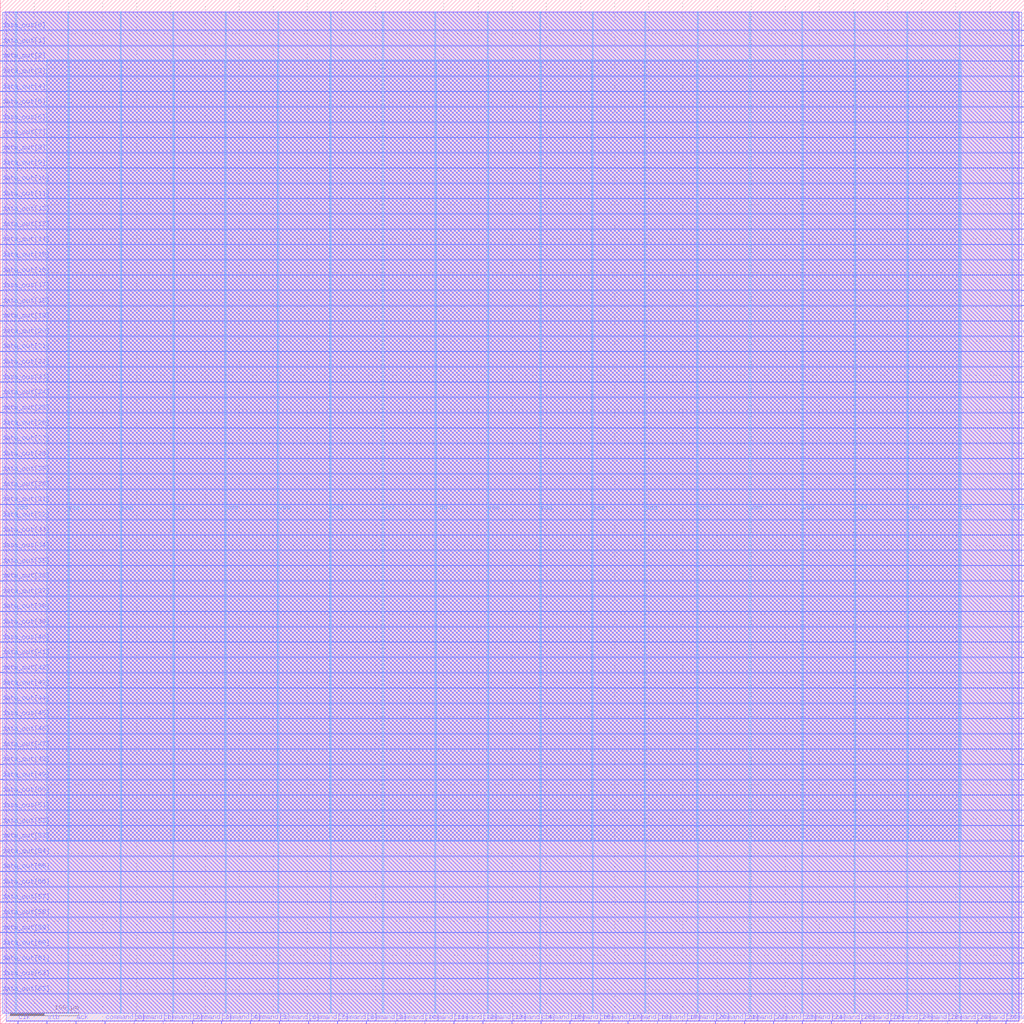
<source format=lef>
VERSION 5.7 ;
  NOWIREEXTENSIONATPIN ON ;
  DIVIDERCHAR "/" ;
  BUSBITCHARS "[]" ;
MACRO gpu_core
  CLASS BLOCK ;
  FOREIGN gpu_core ;
  ORIGIN 0.000 0.000 ;
  SIZE 1500.000 BY 1500.000 ;
  PIN ack
    DIRECTION OUTPUT TRISTATE ;
    USE SIGNAL ;
    ANTENNADIFFAREA 2.080400 ;
    PORT
      LAYER Metal2 ;
        RECT 110.880 0.000 111.440 4.000 ;
    END
  END ack
  PIN clk
    DIRECTION INPUT ;
    USE SIGNAL ;
    ANTENNAGATEAREA 4.738000 ;
    ANTENNADIFFAREA 0.410400 ;
    PORT
      LAYER Metal2 ;
        RECT 25.760 0.000 26.320 4.000 ;
    END
  END clk
  PIN command[0]
    DIRECTION INPUT ;
    USE SIGNAL ;
    PORT
      LAYER Metal2 ;
        RECT 153.440 0.000 154.000 4.000 ;
    END
  END command[0]
  PIN command[10]
    DIRECTION INPUT ;
    USE SIGNAL ;
    ANTENNAGATEAREA 1.102000 ;
    ANTENNADIFFAREA 0.410400 ;
    PORT
      LAYER Metal2 ;
        RECT 579.040 0.000 579.600 4.000 ;
    END
  END command[10]
  PIN command[11]
    DIRECTION INPUT ;
    USE SIGNAL ;
    ANTENNAGATEAREA 1.183000 ;
    ANTENNADIFFAREA 0.410400 ;
    PORT
      LAYER Metal2 ;
        RECT 621.600 0.000 622.160 4.000 ;
    END
  END command[11]
  PIN command[12]
    DIRECTION INPUT ;
    USE SIGNAL ;
    ANTENNAGATEAREA 0.726000 ;
    ANTENNADIFFAREA 0.410400 ;
    PORT
      LAYER Metal2 ;
        RECT 664.160 0.000 664.720 4.000 ;
    END
  END command[12]
  PIN command[13]
    DIRECTION INPUT ;
    USE SIGNAL ;
    ANTENNAGATEAREA 0.726000 ;
    ANTENNADIFFAREA 0.410400 ;
    PORT
      LAYER Metal2 ;
        RECT 706.720 0.000 707.280 4.000 ;
    END
  END command[13]
  PIN command[14]
    DIRECTION INPUT ;
    USE SIGNAL ;
    ANTENNAGATEAREA 0.726000 ;
    ANTENNADIFFAREA 0.410400 ;
    PORT
      LAYER Metal2 ;
        RECT 749.280 0.000 749.840 4.000 ;
    END
  END command[14]
  PIN command[15]
    DIRECTION INPUT ;
    USE SIGNAL ;
    ANTENNAGATEAREA 1.102000 ;
    ANTENNADIFFAREA 0.410400 ;
    PORT
      LAYER Metal2 ;
        RECT 791.840 0.000 792.400 4.000 ;
    END
  END command[15]
  PIN command[16]
    DIRECTION INPUT ;
    USE SIGNAL ;
    PORT
      LAYER Metal2 ;
        RECT 834.400 0.000 834.960 4.000 ;
    END
  END command[16]
  PIN command[17]
    DIRECTION INPUT ;
    USE SIGNAL ;
    PORT
      LAYER Metal2 ;
        RECT 876.960 0.000 877.520 4.000 ;
    END
  END command[17]
  PIN command[18]
    DIRECTION INPUT ;
    USE SIGNAL ;
    PORT
      LAYER Metal2 ;
        RECT 919.520 0.000 920.080 4.000 ;
    END
  END command[18]
  PIN command[19]
    DIRECTION INPUT ;
    USE SIGNAL ;
    PORT
      LAYER Metal2 ;
        RECT 962.080 0.000 962.640 4.000 ;
    END
  END command[19]
  PIN command[1]
    DIRECTION INPUT ;
    USE SIGNAL ;
    PORT
      LAYER Metal2 ;
        RECT 196.000 0.000 196.560 4.000 ;
    END
  END command[1]
  PIN command[20]
    DIRECTION INPUT ;
    USE SIGNAL ;
    PORT
      LAYER Metal2 ;
        RECT 1004.640 0.000 1005.200 4.000 ;
    END
  END command[20]
  PIN command[21]
    DIRECTION INPUT ;
    USE SIGNAL ;
    PORT
      LAYER Metal2 ;
        RECT 1047.200 0.000 1047.760 4.000 ;
    END
  END command[21]
  PIN command[22]
    DIRECTION INPUT ;
    USE SIGNAL ;
    PORT
      LAYER Metal2 ;
        RECT 1089.760 0.000 1090.320 4.000 ;
    END
  END command[22]
  PIN command[23]
    DIRECTION INPUT ;
    USE SIGNAL ;
    PORT
      LAYER Metal2 ;
        RECT 1132.320 0.000 1132.880 4.000 ;
    END
  END command[23]
  PIN command[24]
    DIRECTION INPUT ;
    USE SIGNAL ;
    PORT
      LAYER Metal2 ;
        RECT 1174.880 0.000 1175.440 4.000 ;
    END
  END command[24]
  PIN command[25]
    DIRECTION INPUT ;
    USE SIGNAL ;
    PORT
      LAYER Metal2 ;
        RECT 1217.440 0.000 1218.000 4.000 ;
    END
  END command[25]
  PIN command[26]
    DIRECTION INPUT ;
    USE SIGNAL ;
    PORT
      LAYER Metal2 ;
        RECT 1260.000 0.000 1260.560 4.000 ;
    END
  END command[26]
  PIN command[27]
    DIRECTION INPUT ;
    USE SIGNAL ;
    PORT
      LAYER Metal2 ;
        RECT 1302.560 0.000 1303.120 4.000 ;
    END
  END command[27]
  PIN command[28]
    DIRECTION INPUT ;
    USE SIGNAL ;
    PORT
      LAYER Metal2 ;
        RECT 1345.120 0.000 1345.680 4.000 ;
    END
  END command[28]
  PIN command[29]
    DIRECTION INPUT ;
    USE SIGNAL ;
    PORT
      LAYER Metal2 ;
        RECT 1387.680 0.000 1388.240 4.000 ;
    END
  END command[29]
  PIN command[2]
    DIRECTION INPUT ;
    USE SIGNAL ;
    ANTENNAGATEAREA 1.183000 ;
    ANTENNADIFFAREA 0.410400 ;
    PORT
      LAYER Metal2 ;
        RECT 238.560 0.000 239.120 4.000 ;
    END
  END command[2]
  PIN command[30]
    DIRECTION INPUT ;
    USE SIGNAL ;
    PORT
      LAYER Metal2 ;
        RECT 1430.240 0.000 1430.800 4.000 ;
    END
  END command[30]
  PIN command[31]
    DIRECTION INPUT ;
    USE SIGNAL ;
    PORT
      LAYER Metal2 ;
        RECT 1472.800 0.000 1473.360 4.000 ;
    END
  END command[31]
  PIN command[3]
    DIRECTION INPUT ;
    USE SIGNAL ;
    ANTENNAGATEAREA 1.183000 ;
    ANTENNADIFFAREA 0.410400 ;
    PORT
      LAYER Metal2 ;
        RECT 281.120 0.000 281.680 4.000 ;
    END
  END command[3]
  PIN command[4]
    DIRECTION INPUT ;
    USE SIGNAL ;
    ANTENNAGATEAREA 1.183000 ;
    ANTENNADIFFAREA 0.410400 ;
    PORT
      LAYER Metal2 ;
        RECT 323.680 0.000 324.240 4.000 ;
    END
  END command[4]
  PIN command[5]
    DIRECTION INPUT ;
    USE SIGNAL ;
    ANTENNAGATEAREA 1.183000 ;
    ANTENNADIFFAREA 0.410400 ;
    PORT
      LAYER Metal2 ;
        RECT 366.240 0.000 366.800 4.000 ;
    END
  END command[5]
  PIN command[6]
    DIRECTION INPUT ;
    USE SIGNAL ;
    ANTENNAGATEAREA 1.102000 ;
    ANTENNADIFFAREA 0.410400 ;
    PORT
      LAYER Metal2 ;
        RECT 408.800 0.000 409.360 4.000 ;
    END
  END command[6]
  PIN command[7]
    DIRECTION INPUT ;
    USE SIGNAL ;
    ANTENNAGATEAREA 1.102000 ;
    ANTENNADIFFAREA 0.410400 ;
    PORT
      LAYER Metal2 ;
        RECT 451.360 0.000 451.920 4.000 ;
    END
  END command[7]
  PIN command[8]
    DIRECTION INPUT ;
    USE SIGNAL ;
    ANTENNAGATEAREA 1.183000 ;
    ANTENNADIFFAREA 0.410400 ;
    PORT
      LAYER Metal2 ;
        RECT 493.920 0.000 494.480 4.000 ;
    END
  END command[8]
  PIN command[9]
    DIRECTION INPUT ;
    USE SIGNAL ;
    ANTENNAGATEAREA 1.102000 ;
    ANTENNADIFFAREA 0.410400 ;
    PORT
      LAYER Metal2 ;
        RECT 536.480 0.000 537.040 4.000 ;
    END
  END command[9]
  PIN data_in[0]
    DIRECTION INPUT ;
    USE SIGNAL ;
    ANTENNAGATEAREA 1.102000 ;
    ANTENNADIFFAREA 0.410400 ;
    PORT
      LAYER Metal3 ;
        RECT 1496.000 43.680 1500.000 44.240 ;
    END
  END data_in[0]
  PIN data_in[10]
    DIRECTION INPUT ;
    USE SIGNAL ;
    ANTENNAGATEAREA 1.183000 ;
    ANTENNADIFFAREA 0.410400 ;
    PORT
      LAYER Metal3 ;
        RECT 1496.000 267.680 1500.000 268.240 ;
    END
  END data_in[10]
  PIN data_in[11]
    DIRECTION INPUT ;
    USE SIGNAL ;
    ANTENNAGATEAREA 1.102000 ;
    ANTENNADIFFAREA 0.410400 ;
    PORT
      LAYER Metal3 ;
        RECT 1496.000 290.080 1500.000 290.640 ;
    END
  END data_in[11]
  PIN data_in[12]
    DIRECTION INPUT ;
    USE SIGNAL ;
    ANTENNAGATEAREA 1.102000 ;
    ANTENNADIFFAREA 0.410400 ;
    PORT
      LAYER Metal3 ;
        RECT 1496.000 312.480 1500.000 313.040 ;
    END
  END data_in[12]
  PIN data_in[13]
    DIRECTION INPUT ;
    USE SIGNAL ;
    ANTENNAGATEAREA 1.102000 ;
    ANTENNADIFFAREA 0.410400 ;
    PORT
      LAYER Metal3 ;
        RECT 1496.000 334.880 1500.000 335.440 ;
    END
  END data_in[13]
  PIN data_in[14]
    DIRECTION INPUT ;
    USE SIGNAL ;
    ANTENNAGATEAREA 1.183000 ;
    ANTENNADIFFAREA 0.410400 ;
    PORT
      LAYER Metal3 ;
        RECT 1496.000 357.280 1500.000 357.840 ;
    END
  END data_in[14]
  PIN data_in[15]
    DIRECTION INPUT ;
    USE SIGNAL ;
    ANTENNAGATEAREA 1.102000 ;
    ANTENNADIFFAREA 0.410400 ;
    PORT
      LAYER Metal3 ;
        RECT 1496.000 379.680 1500.000 380.240 ;
    END
  END data_in[15]
  PIN data_in[16]
    DIRECTION INPUT ;
    USE SIGNAL ;
    ANTENNAGATEAREA 0.726000 ;
    ANTENNADIFFAREA 0.410400 ;
    PORT
      LAYER Metal3 ;
        RECT 1496.000 402.080 1500.000 402.640 ;
    END
  END data_in[16]
  PIN data_in[17]
    DIRECTION INPUT ;
    USE SIGNAL ;
    ANTENNAGATEAREA 0.498500 ;
    ANTENNADIFFAREA 0.410400 ;
    PORT
      LAYER Metal3 ;
        RECT 1496.000 424.480 1500.000 425.040 ;
    END
  END data_in[17]
  PIN data_in[18]
    DIRECTION INPUT ;
    USE SIGNAL ;
    ANTENNAGATEAREA 0.498500 ;
    ANTENNADIFFAREA 0.410400 ;
    PORT
      LAYER Metal3 ;
        RECT 1496.000 446.880 1500.000 447.440 ;
    END
  END data_in[18]
  PIN data_in[19]
    DIRECTION INPUT ;
    USE SIGNAL ;
    ANTENNAGATEAREA 0.498500 ;
    ANTENNADIFFAREA 0.410400 ;
    PORT
      LAYER Metal3 ;
        RECT 1496.000 469.280 1500.000 469.840 ;
    END
  END data_in[19]
  PIN data_in[1]
    DIRECTION INPUT ;
    USE SIGNAL ;
    ANTENNAGATEAREA 1.102000 ;
    ANTENNADIFFAREA 0.410400 ;
    PORT
      LAYER Metal3 ;
        RECT 1496.000 66.080 1500.000 66.640 ;
    END
  END data_in[1]
  PIN data_in[20]
    DIRECTION INPUT ;
    USE SIGNAL ;
    ANTENNAGATEAREA 1.102000 ;
    ANTENNADIFFAREA 0.410400 ;
    PORT
      LAYER Metal3 ;
        RECT 1496.000 491.680 1500.000 492.240 ;
    END
  END data_in[20]
  PIN data_in[21]
    DIRECTION INPUT ;
    USE SIGNAL ;
    ANTENNAGATEAREA 1.102000 ;
    ANTENNADIFFAREA 0.410400 ;
    PORT
      LAYER Metal3 ;
        RECT 1496.000 514.080 1500.000 514.640 ;
    END
  END data_in[21]
  PIN data_in[22]
    DIRECTION INPUT ;
    USE SIGNAL ;
    ANTENNAGATEAREA 1.102000 ;
    ANTENNADIFFAREA 0.410400 ;
    PORT
      LAYER Metal3 ;
        RECT 1496.000 536.480 1500.000 537.040 ;
    END
  END data_in[22]
  PIN data_in[23]
    DIRECTION INPUT ;
    USE SIGNAL ;
    ANTENNAGATEAREA 1.102000 ;
    ANTENNADIFFAREA 0.410400 ;
    PORT
      LAYER Metal3 ;
        RECT 1496.000 558.880 1500.000 559.440 ;
    END
  END data_in[23]
  PIN data_in[24]
    DIRECTION INPUT ;
    USE SIGNAL ;
    ANTENNAGATEAREA 1.102000 ;
    ANTENNADIFFAREA 0.410400 ;
    PORT
      LAYER Metal3 ;
        RECT 1496.000 581.280 1500.000 581.840 ;
    END
  END data_in[24]
  PIN data_in[25]
    DIRECTION INPUT ;
    USE SIGNAL ;
    ANTENNAGATEAREA 1.102000 ;
    ANTENNADIFFAREA 0.410400 ;
    PORT
      LAYER Metal3 ;
        RECT 1496.000 603.680 1500.000 604.240 ;
    END
  END data_in[25]
  PIN data_in[26]
    DIRECTION INPUT ;
    USE SIGNAL ;
    ANTENNAGATEAREA 1.183000 ;
    ANTENNADIFFAREA 0.410400 ;
    PORT
      LAYER Metal3 ;
        RECT 1496.000 626.080 1500.000 626.640 ;
    END
  END data_in[26]
  PIN data_in[27]
    DIRECTION INPUT ;
    USE SIGNAL ;
    ANTENNAGATEAREA 0.741000 ;
    ANTENNADIFFAREA 0.410400 ;
    PORT
      LAYER Metal3 ;
        RECT 1496.000 648.480 1500.000 649.040 ;
    END
  END data_in[27]
  PIN data_in[28]
    DIRECTION INPUT ;
    USE SIGNAL ;
    ANTENNAGATEAREA 1.183000 ;
    ANTENNADIFFAREA 0.410400 ;
    PORT
      LAYER Metal3 ;
        RECT 1496.000 670.880 1500.000 671.440 ;
    END
  END data_in[28]
  PIN data_in[29]
    DIRECTION INPUT ;
    USE SIGNAL ;
    ANTENNAGATEAREA 0.498500 ;
    ANTENNADIFFAREA 0.410400 ;
    PORT
      LAYER Metal3 ;
        RECT 1496.000 693.280 1500.000 693.840 ;
    END
  END data_in[29]
  PIN data_in[2]
    DIRECTION INPUT ;
    USE SIGNAL ;
    ANTENNAGATEAREA 1.102000 ;
    ANTENNADIFFAREA 0.410400 ;
    PORT
      LAYER Metal3 ;
        RECT 1496.000 88.480 1500.000 89.040 ;
    END
  END data_in[2]
  PIN data_in[30]
    DIRECTION INPUT ;
    USE SIGNAL ;
    ANTENNAGATEAREA 1.102000 ;
    ANTENNADIFFAREA 0.410400 ;
    PORT
      LAYER Metal3 ;
        RECT 1496.000 715.680 1500.000 716.240 ;
    END
  END data_in[30]
  PIN data_in[31]
    DIRECTION INPUT ;
    USE SIGNAL ;
    ANTENNAGATEAREA 0.741000 ;
    ANTENNADIFFAREA 0.410400 ;
    PORT
      LAYER Metal3 ;
        RECT 1496.000 738.080 1500.000 738.640 ;
    END
  END data_in[31]
  PIN data_in[32]
    DIRECTION INPUT ;
    USE SIGNAL ;
    ANTENNAGATEAREA 0.741000 ;
    ANTENNADIFFAREA 0.410400 ;
    PORT
      LAYER Metal3 ;
        RECT 1496.000 760.480 1500.000 761.040 ;
    END
  END data_in[32]
  PIN data_in[33]
    DIRECTION INPUT ;
    USE SIGNAL ;
    ANTENNAGATEAREA 0.741000 ;
    ANTENNADIFFAREA 0.410400 ;
    PORT
      LAYER Metal3 ;
        RECT 1496.000 782.880 1500.000 783.440 ;
    END
  END data_in[33]
  PIN data_in[34]
    DIRECTION INPUT ;
    USE SIGNAL ;
    ANTENNAGATEAREA 0.741000 ;
    ANTENNADIFFAREA 0.410400 ;
    PORT
      LAYER Metal3 ;
        RECT 1496.000 805.280 1500.000 805.840 ;
    END
  END data_in[34]
  PIN data_in[35]
    DIRECTION INPUT ;
    USE SIGNAL ;
    ANTENNAGATEAREA 0.741000 ;
    ANTENNADIFFAREA 0.410400 ;
    PORT
      LAYER Metal3 ;
        RECT 1496.000 827.680 1500.000 828.240 ;
    END
  END data_in[35]
  PIN data_in[36]
    DIRECTION INPUT ;
    USE SIGNAL ;
    ANTENNAGATEAREA 0.726000 ;
    ANTENNADIFFAREA 0.410400 ;
    PORT
      LAYER Metal3 ;
        RECT 1496.000 850.080 1500.000 850.640 ;
    END
  END data_in[36]
  PIN data_in[37]
    DIRECTION INPUT ;
    USE SIGNAL ;
    ANTENNAGATEAREA 0.726000 ;
    ANTENNADIFFAREA 0.410400 ;
    PORT
      LAYER Metal3 ;
        RECT 1496.000 872.480 1500.000 873.040 ;
    END
  END data_in[37]
  PIN data_in[38]
    DIRECTION INPUT ;
    USE SIGNAL ;
    ANTENNAGATEAREA 0.726000 ;
    ANTENNADIFFAREA 0.410400 ;
    PORT
      LAYER Metal3 ;
        RECT 1496.000 894.880 1500.000 895.440 ;
    END
  END data_in[38]
  PIN data_in[39]
    DIRECTION INPUT ;
    USE SIGNAL ;
    ANTENNAGATEAREA 0.726000 ;
    ANTENNADIFFAREA 0.410400 ;
    PORT
      LAYER Metal3 ;
        RECT 1496.000 917.280 1500.000 917.840 ;
    END
  END data_in[39]
  PIN data_in[3]
    DIRECTION INPUT ;
    USE SIGNAL ;
    ANTENNAGATEAREA 1.102000 ;
    ANTENNADIFFAREA 0.410400 ;
    PORT
      LAYER Metal3 ;
        RECT 1496.000 110.880 1500.000 111.440 ;
    END
  END data_in[3]
  PIN data_in[40]
    DIRECTION INPUT ;
    USE SIGNAL ;
    ANTENNAGATEAREA 0.726000 ;
    ANTENNADIFFAREA 0.410400 ;
    PORT
      LAYER Metal3 ;
        RECT 1496.000 939.680 1500.000 940.240 ;
    END
  END data_in[40]
  PIN data_in[41]
    DIRECTION INPUT ;
    USE SIGNAL ;
    ANTENNAGATEAREA 0.726000 ;
    ANTENNADIFFAREA 0.410400 ;
    PORT
      LAYER Metal3 ;
        RECT 1496.000 962.080 1500.000 962.640 ;
    END
  END data_in[41]
  PIN data_in[42]
    DIRECTION INPUT ;
    USE SIGNAL ;
    ANTENNAGATEAREA 0.726000 ;
    ANTENNADIFFAREA 0.410400 ;
    PORT
      LAYER Metal3 ;
        RECT 1496.000 984.480 1500.000 985.040 ;
    END
  END data_in[42]
  PIN data_in[43]
    DIRECTION INPUT ;
    USE SIGNAL ;
    ANTENNAGATEAREA 0.498500 ;
    ANTENNADIFFAREA 0.410400 ;
    PORT
      LAYER Metal3 ;
        RECT 1496.000 1006.880 1500.000 1007.440 ;
    END
  END data_in[43]
  PIN data_in[44]
    DIRECTION INPUT ;
    USE SIGNAL ;
    ANTENNAGATEAREA 1.102000 ;
    ANTENNADIFFAREA 0.410400 ;
    PORT
      LAYER Metal3 ;
        RECT 1496.000 1029.280 1500.000 1029.840 ;
    END
  END data_in[44]
  PIN data_in[45]
    DIRECTION INPUT ;
    USE SIGNAL ;
    ANTENNAGATEAREA 0.498500 ;
    ANTENNADIFFAREA 0.410400 ;
    PORT
      LAYER Metal3 ;
        RECT 1496.000 1051.680 1500.000 1052.240 ;
    END
  END data_in[45]
  PIN data_in[46]
    DIRECTION INPUT ;
    USE SIGNAL ;
    ANTENNAGATEAREA 2.204000 ;
    ANTENNADIFFAREA 0.410400 ;
    PORT
      LAYER Metal3 ;
        RECT 1496.000 1074.080 1500.000 1074.640 ;
    END
  END data_in[46]
  PIN data_in[47]
    DIRECTION INPUT ;
    USE SIGNAL ;
    ANTENNAGATEAREA 0.726000 ;
    ANTENNADIFFAREA 0.410400 ;
    PORT
      LAYER Metal3 ;
        RECT 1496.000 1096.480 1500.000 1097.040 ;
    END
  END data_in[47]
  PIN data_in[48]
    DIRECTION INPUT ;
    USE SIGNAL ;
    ANTENNAGATEAREA 0.726000 ;
    ANTENNADIFFAREA 0.410400 ;
    PORT
      LAYER Metal3 ;
        RECT 1496.000 1118.880 1500.000 1119.440 ;
    END
  END data_in[48]
  PIN data_in[49]
    DIRECTION INPUT ;
    USE SIGNAL ;
    ANTENNAGATEAREA 0.726000 ;
    ANTENNADIFFAREA 0.410400 ;
    PORT
      LAYER Metal3 ;
        RECT 1496.000 1141.280 1500.000 1141.840 ;
    END
  END data_in[49]
  PIN data_in[4]
    DIRECTION INPUT ;
    USE SIGNAL ;
    ANTENNAGATEAREA 1.102000 ;
    ANTENNADIFFAREA 0.410400 ;
    PORT
      LAYER Metal3 ;
        RECT 1496.000 133.280 1500.000 133.840 ;
    END
  END data_in[4]
  PIN data_in[50]
    DIRECTION INPUT ;
    USE SIGNAL ;
    ANTENNAGATEAREA 0.726000 ;
    ANTENNADIFFAREA 0.410400 ;
    PORT
      LAYER Metal3 ;
        RECT 1496.000 1163.680 1500.000 1164.240 ;
    END
  END data_in[50]
  PIN data_in[51]
    DIRECTION INPUT ;
    USE SIGNAL ;
    ANTENNAGATEAREA 0.726000 ;
    ANTENNADIFFAREA 0.410400 ;
    PORT
      LAYER Metal3 ;
        RECT 1496.000 1186.080 1500.000 1186.640 ;
    END
  END data_in[51]
  PIN data_in[52]
    DIRECTION INPUT ;
    USE SIGNAL ;
    ANTENNAGATEAREA 1.183000 ;
    ANTENNADIFFAREA 0.410400 ;
    PORT
      LAYER Metal3 ;
        RECT 1496.000 1208.480 1500.000 1209.040 ;
    END
  END data_in[52]
  PIN data_in[53]
    DIRECTION INPUT ;
    USE SIGNAL ;
    ANTENNAGATEAREA 2.204000 ;
    ANTENNADIFFAREA 0.410400 ;
    PORT
      LAYER Metal3 ;
        RECT 1496.000 1230.880 1500.000 1231.440 ;
    END
  END data_in[53]
  PIN data_in[54]
    DIRECTION INPUT ;
    USE SIGNAL ;
    ANTENNAGATEAREA 2.204000 ;
    ANTENNADIFFAREA 0.410400 ;
    PORT
      LAYER Metal3 ;
        RECT 1496.000 1253.280 1500.000 1253.840 ;
    END
  END data_in[54]
  PIN data_in[55]
    DIRECTION INPUT ;
    USE SIGNAL ;
    ANTENNAGATEAREA 2.204000 ;
    ANTENNADIFFAREA 0.410400 ;
    PORT
      LAYER Metal3 ;
        RECT 1496.000 1275.680 1500.000 1276.240 ;
    END
  END data_in[55]
  PIN data_in[56]
    DIRECTION INPUT ;
    USE SIGNAL ;
    ANTENNAGATEAREA 2.204000 ;
    ANTENNADIFFAREA 0.410400 ;
    PORT
      LAYER Metal3 ;
        RECT 1496.000 1298.080 1500.000 1298.640 ;
    END
  END data_in[56]
  PIN data_in[57]
    DIRECTION INPUT ;
    USE SIGNAL ;
    ANTENNAGATEAREA 2.204000 ;
    ANTENNADIFFAREA 0.410400 ;
    PORT
      LAYER Metal3 ;
        RECT 1496.000 1320.480 1500.000 1321.040 ;
    END
  END data_in[57]
  PIN data_in[58]
    DIRECTION INPUT ;
    USE SIGNAL ;
    ANTENNAGATEAREA 2.204000 ;
    ANTENNADIFFAREA 0.410400 ;
    PORT
      LAYER Metal3 ;
        RECT 1496.000 1342.880 1500.000 1343.440 ;
    END
  END data_in[58]
  PIN data_in[59]
    DIRECTION INPUT ;
    USE SIGNAL ;
    ANTENNAGATEAREA 1.102000 ;
    ANTENNADIFFAREA 0.410400 ;
    PORT
      LAYER Metal3 ;
        RECT 1496.000 1365.280 1500.000 1365.840 ;
    END
  END data_in[59]
  PIN data_in[5]
    DIRECTION INPUT ;
    USE SIGNAL ;
    ANTENNAGATEAREA 1.102000 ;
    ANTENNADIFFAREA 0.410400 ;
    PORT
      LAYER Metal3 ;
        RECT 1496.000 155.680 1500.000 156.240 ;
    END
  END data_in[5]
  PIN data_in[60]
    DIRECTION INPUT ;
    USE SIGNAL ;
    ANTENNAGATEAREA 2.204000 ;
    ANTENNADIFFAREA 0.410400 ;
    PORT
      LAYER Metal3 ;
        RECT 1496.000 1387.680 1500.000 1388.240 ;
    END
  END data_in[60]
  PIN data_in[61]
    DIRECTION INPUT ;
    USE SIGNAL ;
    ANTENNAGATEAREA 0.741000 ;
    ANTENNADIFFAREA 0.410400 ;
    PORT
      LAYER Metal3 ;
        RECT 1496.000 1410.080 1500.000 1410.640 ;
    END
  END data_in[61]
  PIN data_in[62]
    DIRECTION INPUT ;
    USE SIGNAL ;
    ANTENNAGATEAREA 2.204000 ;
    ANTENNADIFFAREA 0.410400 ;
    PORT
      LAYER Metal3 ;
        RECT 1496.000 1432.480 1500.000 1433.040 ;
    END
  END data_in[62]
  PIN data_in[63]
    DIRECTION INPUT ;
    USE SIGNAL ;
    ANTENNAGATEAREA 2.204000 ;
    ANTENNADIFFAREA 0.410400 ;
    PORT
      LAYER Metal3 ;
        RECT 1496.000 1454.880 1500.000 1455.440 ;
    END
  END data_in[63]
  PIN data_in[6]
    DIRECTION INPUT ;
    USE SIGNAL ;
    ANTENNAGATEAREA 1.102000 ;
    ANTENNADIFFAREA 0.410400 ;
    PORT
      LAYER Metal3 ;
        RECT 1496.000 178.080 1500.000 178.640 ;
    END
  END data_in[6]
  PIN data_in[7]
    DIRECTION INPUT ;
    USE SIGNAL ;
    ANTENNAGATEAREA 1.102000 ;
    ANTENNADIFFAREA 0.410400 ;
    PORT
      LAYER Metal3 ;
        RECT 1496.000 200.480 1500.000 201.040 ;
    END
  END data_in[7]
  PIN data_in[8]
    DIRECTION INPUT ;
    USE SIGNAL ;
    ANTENNAGATEAREA 1.102000 ;
    ANTENNADIFFAREA 0.410400 ;
    PORT
      LAYER Metal3 ;
        RECT 1496.000 222.880 1500.000 223.440 ;
    END
  END data_in[8]
  PIN data_in[9]
    DIRECTION INPUT ;
    USE SIGNAL ;
    ANTENNAGATEAREA 1.102000 ;
    ANTENNADIFFAREA 0.410400 ;
    PORT
      LAYER Metal3 ;
        RECT 1496.000 245.280 1500.000 245.840 ;
    END
  END data_in[9]
  PIN data_out[0]
    DIRECTION OUTPUT TRISTATE ;
    USE SIGNAL ;
    ANTENNADIFFAREA 1.986000 ;
    PORT
      LAYER Metal3 ;
        RECT 0.000 1454.880 4.000 1455.440 ;
    END
  END data_out[0]
  PIN data_out[10]
    DIRECTION OUTPUT TRISTATE ;
    USE SIGNAL ;
    ANTENNADIFFAREA 1.986000 ;
    PORT
      LAYER Metal3 ;
        RECT 0.000 1230.880 4.000 1231.440 ;
    END
  END data_out[10]
  PIN data_out[11]
    DIRECTION OUTPUT TRISTATE ;
    USE SIGNAL ;
    ANTENNADIFFAREA 1.986000 ;
    PORT
      LAYER Metal3 ;
        RECT 0.000 1208.480 4.000 1209.040 ;
    END
  END data_out[11]
  PIN data_out[12]
    DIRECTION OUTPUT TRISTATE ;
    USE SIGNAL ;
    ANTENNADIFFAREA 1.986000 ;
    PORT
      LAYER Metal3 ;
        RECT 0.000 1186.080 4.000 1186.640 ;
    END
  END data_out[12]
  PIN data_out[13]
    DIRECTION OUTPUT TRISTATE ;
    USE SIGNAL ;
    ANTENNADIFFAREA 1.986000 ;
    PORT
      LAYER Metal3 ;
        RECT 0.000 1163.680 4.000 1164.240 ;
    END
  END data_out[13]
  PIN data_out[14]
    DIRECTION OUTPUT TRISTATE ;
    USE SIGNAL ;
    ANTENNADIFFAREA 2.080400 ;
    PORT
      LAYER Metal3 ;
        RECT 0.000 1141.280 4.000 1141.840 ;
    END
  END data_out[14]
  PIN data_out[15]
    DIRECTION OUTPUT TRISTATE ;
    USE SIGNAL ;
    ANTENNADIFFAREA 1.986000 ;
    PORT
      LAYER Metal3 ;
        RECT 0.000 1118.880 4.000 1119.440 ;
    END
  END data_out[15]
  PIN data_out[16]
    DIRECTION OUTPUT TRISTATE ;
    USE SIGNAL ;
    ANTENNADIFFAREA 1.986000 ;
    PORT
      LAYER Metal3 ;
        RECT 0.000 1096.480 4.000 1097.040 ;
    END
  END data_out[16]
  PIN data_out[17]
    DIRECTION OUTPUT TRISTATE ;
    USE SIGNAL ;
    ANTENNADIFFAREA 2.080400 ;
    PORT
      LAYER Metal3 ;
        RECT 0.000 1074.080 4.000 1074.640 ;
    END
  END data_out[17]
  PIN data_out[18]
    DIRECTION OUTPUT TRISTATE ;
    USE SIGNAL ;
    ANTENNADIFFAREA 1.986000 ;
    PORT
      LAYER Metal3 ;
        RECT 0.000 1051.680 4.000 1052.240 ;
    END
  END data_out[18]
  PIN data_out[19]
    DIRECTION OUTPUT TRISTATE ;
    USE SIGNAL ;
    ANTENNADIFFAREA 1.986000 ;
    PORT
      LAYER Metal3 ;
        RECT 0.000 1029.280 4.000 1029.840 ;
    END
  END data_out[19]
  PIN data_out[1]
    DIRECTION OUTPUT TRISTATE ;
    USE SIGNAL ;
    ANTENNADIFFAREA 2.080400 ;
    PORT
      LAYER Metal3 ;
        RECT 0.000 1432.480 4.000 1433.040 ;
    END
  END data_out[1]
  PIN data_out[20]
    DIRECTION OUTPUT TRISTATE ;
    USE SIGNAL ;
    ANTENNADIFFAREA 2.080400 ;
    PORT
      LAYER Metal3 ;
        RECT 0.000 1006.880 4.000 1007.440 ;
    END
  END data_out[20]
  PIN data_out[21]
    DIRECTION OUTPUT TRISTATE ;
    USE SIGNAL ;
    ANTENNADIFFAREA 1.986000 ;
    PORT
      LAYER Metal3 ;
        RECT 0.000 984.480 4.000 985.040 ;
    END
  END data_out[21]
  PIN data_out[22]
    DIRECTION OUTPUT TRISTATE ;
    USE SIGNAL ;
    ANTENNADIFFAREA 2.080400 ;
    PORT
      LAYER Metal3 ;
        RECT 0.000 962.080 4.000 962.640 ;
    END
  END data_out[22]
  PIN data_out[23]
    DIRECTION OUTPUT TRISTATE ;
    USE SIGNAL ;
    ANTENNADIFFAREA 2.080400 ;
    PORT
      LAYER Metal3 ;
        RECT 0.000 939.680 4.000 940.240 ;
    END
  END data_out[23]
  PIN data_out[24]
    DIRECTION OUTPUT TRISTATE ;
    USE SIGNAL ;
    ANTENNADIFFAREA 1.986000 ;
    PORT
      LAYER Metal3 ;
        RECT 0.000 917.280 4.000 917.840 ;
    END
  END data_out[24]
  PIN data_out[25]
    DIRECTION OUTPUT TRISTATE ;
    USE SIGNAL ;
    ANTENNADIFFAREA 1.986000 ;
    PORT
      LAYER Metal3 ;
        RECT 0.000 894.880 4.000 895.440 ;
    END
  END data_out[25]
  PIN data_out[26]
    DIRECTION OUTPUT TRISTATE ;
    USE SIGNAL ;
    ANTENNADIFFAREA 2.080400 ;
    PORT
      LAYER Metal3 ;
        RECT 0.000 872.480 4.000 873.040 ;
    END
  END data_out[26]
  PIN data_out[27]
    DIRECTION OUTPUT TRISTATE ;
    USE SIGNAL ;
    ANTENNADIFFAREA 1.986000 ;
    PORT
      LAYER Metal3 ;
        RECT 0.000 850.080 4.000 850.640 ;
    END
  END data_out[27]
  PIN data_out[28]
    DIRECTION OUTPUT TRISTATE ;
    USE SIGNAL ;
    ANTENNADIFFAREA 1.986000 ;
    PORT
      LAYER Metal3 ;
        RECT 0.000 827.680 4.000 828.240 ;
    END
  END data_out[28]
  PIN data_out[29]
    DIRECTION OUTPUT TRISTATE ;
    USE SIGNAL ;
    ANTENNADIFFAREA 2.080400 ;
    PORT
      LAYER Metal3 ;
        RECT 0.000 805.280 4.000 805.840 ;
    END
  END data_out[29]
  PIN data_out[2]
    DIRECTION OUTPUT TRISTATE ;
    USE SIGNAL ;
    ANTENNADIFFAREA 2.080400 ;
    PORT
      LAYER Metal3 ;
        RECT 0.000 1410.080 4.000 1410.640 ;
    END
  END data_out[2]
  PIN data_out[30]
    DIRECTION OUTPUT TRISTATE ;
    USE SIGNAL ;
    ANTENNADIFFAREA 1.986000 ;
    PORT
      LAYER Metal3 ;
        RECT 0.000 782.880 4.000 783.440 ;
    END
  END data_out[30]
  PIN data_out[31]
    DIRECTION OUTPUT TRISTATE ;
    USE SIGNAL ;
    ANTENNADIFFAREA 1.986000 ;
    PORT
      LAYER Metal3 ;
        RECT 0.000 760.480 4.000 761.040 ;
    END
  END data_out[31]
  PIN data_out[32]
    DIRECTION OUTPUT TRISTATE ;
    USE SIGNAL ;
    ANTENNADIFFAREA 1.986000 ;
    PORT
      LAYER Metal3 ;
        RECT 0.000 738.080 4.000 738.640 ;
    END
  END data_out[32]
  PIN data_out[33]
    DIRECTION OUTPUT TRISTATE ;
    USE SIGNAL ;
    ANTENNADIFFAREA 1.986000 ;
    PORT
      LAYER Metal3 ;
        RECT 0.000 715.680 4.000 716.240 ;
    END
  END data_out[33]
  PIN data_out[34]
    DIRECTION OUTPUT TRISTATE ;
    USE SIGNAL ;
    ANTENNADIFFAREA 1.986000 ;
    PORT
      LAYER Metal3 ;
        RECT 0.000 693.280 4.000 693.840 ;
    END
  END data_out[34]
  PIN data_out[35]
    DIRECTION OUTPUT TRISTATE ;
    USE SIGNAL ;
    ANTENNADIFFAREA 2.080400 ;
    PORT
      LAYER Metal3 ;
        RECT 0.000 670.880 4.000 671.440 ;
    END
  END data_out[35]
  PIN data_out[36]
    DIRECTION OUTPUT TRISTATE ;
    USE SIGNAL ;
    ANTENNADIFFAREA 1.986000 ;
    PORT
      LAYER Metal3 ;
        RECT 0.000 648.480 4.000 649.040 ;
    END
  END data_out[36]
  PIN data_out[37]
    DIRECTION OUTPUT TRISTATE ;
    USE SIGNAL ;
    ANTENNADIFFAREA 1.986000 ;
    PORT
      LAYER Metal3 ;
        RECT 0.000 626.080 4.000 626.640 ;
    END
  END data_out[37]
  PIN data_out[38]
    DIRECTION OUTPUT TRISTATE ;
    USE SIGNAL ;
    ANTENNADIFFAREA 2.080400 ;
    PORT
      LAYER Metal3 ;
        RECT 0.000 603.680 4.000 604.240 ;
    END
  END data_out[38]
  PIN data_out[39]
    DIRECTION OUTPUT TRISTATE ;
    USE SIGNAL ;
    ANTENNADIFFAREA 1.986000 ;
    PORT
      LAYER Metal3 ;
        RECT 0.000 581.280 4.000 581.840 ;
    END
  END data_out[39]
  PIN data_out[3]
    DIRECTION OUTPUT TRISTATE ;
    USE SIGNAL ;
    ANTENNADIFFAREA 1.986000 ;
    PORT
      LAYER Metal3 ;
        RECT 0.000 1387.680 4.000 1388.240 ;
    END
  END data_out[3]
  PIN data_out[40]
    DIRECTION OUTPUT TRISTATE ;
    USE SIGNAL ;
    ANTENNADIFFAREA 1.986000 ;
    PORT
      LAYER Metal3 ;
        RECT 0.000 558.880 4.000 559.440 ;
    END
  END data_out[40]
  PIN data_out[41]
    DIRECTION OUTPUT TRISTATE ;
    USE SIGNAL ;
    ANTENNADIFFAREA 2.080400 ;
    PORT
      LAYER Metal3 ;
        RECT 0.000 536.480 4.000 537.040 ;
    END
  END data_out[41]
  PIN data_out[42]
    DIRECTION OUTPUT TRISTATE ;
    USE SIGNAL ;
    ANTENNADIFFAREA 1.986000 ;
    PORT
      LAYER Metal3 ;
        RECT 0.000 514.080 4.000 514.640 ;
    END
  END data_out[42]
  PIN data_out[43]
    DIRECTION OUTPUT TRISTATE ;
    USE SIGNAL ;
    ANTENNADIFFAREA 2.080400 ;
    PORT
      LAYER Metal3 ;
        RECT 0.000 491.680 4.000 492.240 ;
    END
  END data_out[43]
  PIN data_out[44]
    DIRECTION OUTPUT TRISTATE ;
    USE SIGNAL ;
    ANTENNADIFFAREA 2.080400 ;
    PORT
      LAYER Metal3 ;
        RECT 0.000 469.280 4.000 469.840 ;
    END
  END data_out[44]
  PIN data_out[45]
    DIRECTION OUTPUT TRISTATE ;
    USE SIGNAL ;
    ANTENNADIFFAREA 1.986000 ;
    PORT
      LAYER Metal3 ;
        RECT 0.000 446.880 4.000 447.440 ;
    END
  END data_out[45]
  PIN data_out[46]
    DIRECTION OUTPUT TRISTATE ;
    USE SIGNAL ;
    ANTENNADIFFAREA 1.986000 ;
    PORT
      LAYER Metal3 ;
        RECT 0.000 424.480 4.000 425.040 ;
    END
  END data_out[46]
  PIN data_out[47]
    DIRECTION OUTPUT TRISTATE ;
    USE SIGNAL ;
    ANTENNADIFFAREA 2.080400 ;
    PORT
      LAYER Metal3 ;
        RECT 0.000 402.080 4.000 402.640 ;
    END
  END data_out[47]
  PIN data_out[48]
    DIRECTION OUTPUT TRISTATE ;
    USE SIGNAL ;
    ANTENNADIFFAREA 1.986000 ;
    PORT
      LAYER Metal3 ;
        RECT 0.000 379.680 4.000 380.240 ;
    END
  END data_out[48]
  PIN data_out[49]
    DIRECTION OUTPUT TRISTATE ;
    USE SIGNAL ;
    ANTENNADIFFAREA 1.986000 ;
    PORT
      LAYER Metal3 ;
        RECT 0.000 357.280 4.000 357.840 ;
    END
  END data_out[49]
  PIN data_out[4]
    DIRECTION OUTPUT TRISTATE ;
    USE SIGNAL ;
    ANTENNADIFFAREA 1.986000 ;
    PORT
      LAYER Metal3 ;
        RECT 0.000 1365.280 4.000 1365.840 ;
    END
  END data_out[4]
  PIN data_out[50]
    DIRECTION OUTPUT TRISTATE ;
    USE SIGNAL ;
    ANTENNADIFFAREA 2.080400 ;
    PORT
      LAYER Metal3 ;
        RECT 0.000 334.880 4.000 335.440 ;
    END
  END data_out[50]
  PIN data_out[51]
    DIRECTION OUTPUT TRISTATE ;
    USE SIGNAL ;
    ANTENNADIFFAREA 1.986000 ;
    PORT
      LAYER Metal3 ;
        RECT 0.000 312.480 4.000 313.040 ;
    END
  END data_out[51]
  PIN data_out[52]
    DIRECTION OUTPUT TRISTATE ;
    USE SIGNAL ;
    ANTENNADIFFAREA 1.986000 ;
    PORT
      LAYER Metal3 ;
        RECT 0.000 290.080 4.000 290.640 ;
    END
  END data_out[52]
  PIN data_out[53]
    DIRECTION OUTPUT TRISTATE ;
    USE SIGNAL ;
    ANTENNADIFFAREA 1.986000 ;
    PORT
      LAYER Metal3 ;
        RECT 0.000 267.680 4.000 268.240 ;
    END
  END data_out[53]
  PIN data_out[54]
    DIRECTION OUTPUT TRISTATE ;
    USE SIGNAL ;
    ANTENNADIFFAREA 1.986000 ;
    PORT
      LAYER Metal3 ;
        RECT 0.000 245.280 4.000 245.840 ;
    END
  END data_out[54]
  PIN data_out[55]
    DIRECTION OUTPUT TRISTATE ;
    USE SIGNAL ;
    ANTENNADIFFAREA 1.986000 ;
    PORT
      LAYER Metal3 ;
        RECT 0.000 222.880 4.000 223.440 ;
    END
  END data_out[55]
  PIN data_out[56]
    DIRECTION OUTPUT TRISTATE ;
    USE SIGNAL ;
    ANTENNADIFFAREA 2.080400 ;
    PORT
      LAYER Metal3 ;
        RECT 0.000 200.480 4.000 201.040 ;
    END
  END data_out[56]
  PIN data_out[57]
    DIRECTION OUTPUT TRISTATE ;
    USE SIGNAL ;
    ANTENNADIFFAREA 1.986000 ;
    PORT
      LAYER Metal3 ;
        RECT 0.000 178.080 4.000 178.640 ;
    END
  END data_out[57]
  PIN data_out[58]
    DIRECTION OUTPUT TRISTATE ;
    USE SIGNAL ;
    ANTENNADIFFAREA 1.986000 ;
    PORT
      LAYER Metal3 ;
        RECT 0.000 155.680 4.000 156.240 ;
    END
  END data_out[58]
  PIN data_out[59]
    DIRECTION OUTPUT TRISTATE ;
    USE SIGNAL ;
    ANTENNADIFFAREA 2.080400 ;
    PORT
      LAYER Metal3 ;
        RECT 0.000 133.280 4.000 133.840 ;
    END
  END data_out[59]
  PIN data_out[5]
    DIRECTION OUTPUT TRISTATE ;
    USE SIGNAL ;
    ANTENNADIFFAREA 2.080400 ;
    PORT
      LAYER Metal3 ;
        RECT 0.000 1342.880 4.000 1343.440 ;
    END
  END data_out[5]
  PIN data_out[60]
    DIRECTION OUTPUT TRISTATE ;
    USE SIGNAL ;
    ANTENNADIFFAREA 1.986000 ;
    PORT
      LAYER Metal3 ;
        RECT 0.000 110.880 4.000 111.440 ;
    END
  END data_out[60]
  PIN data_out[61]
    DIRECTION OUTPUT TRISTATE ;
    USE SIGNAL ;
    ANTENNADIFFAREA 1.986000 ;
    PORT
      LAYER Metal3 ;
        RECT 0.000 88.480 4.000 89.040 ;
    END
  END data_out[61]
  PIN data_out[62]
    DIRECTION OUTPUT TRISTATE ;
    USE SIGNAL ;
    ANTENNADIFFAREA 2.080400 ;
    PORT
      LAYER Metal3 ;
        RECT 0.000 66.080 4.000 66.640 ;
    END
  END data_out[62]
  PIN data_out[63]
    DIRECTION OUTPUT TRISTATE ;
    USE SIGNAL ;
    ANTENNADIFFAREA 1.986000 ;
    PORT
      LAYER Metal3 ;
        RECT 0.000 43.680 4.000 44.240 ;
    END
  END data_out[63]
  PIN data_out[6]
    DIRECTION OUTPUT TRISTATE ;
    USE SIGNAL ;
    ANTENNADIFFAREA 1.986000 ;
    PORT
      LAYER Metal3 ;
        RECT 0.000 1320.480 4.000 1321.040 ;
    END
  END data_out[6]
  PIN data_out[7]
    DIRECTION OUTPUT TRISTATE ;
    USE SIGNAL ;
    ANTENNADIFFAREA 1.986000 ;
    PORT
      LAYER Metal3 ;
        RECT 0.000 1298.080 4.000 1298.640 ;
    END
  END data_out[7]
  PIN data_out[8]
    DIRECTION OUTPUT TRISTATE ;
    USE SIGNAL ;
    ANTENNADIFFAREA 2.080400 ;
    PORT
      LAYER Metal3 ;
        RECT 0.000 1275.680 4.000 1276.240 ;
    END
  END data_out[8]
  PIN data_out[9]
    DIRECTION OUTPUT TRISTATE ;
    USE SIGNAL ;
    ANTENNADIFFAREA 1.986000 ;
    PORT
      LAYER Metal3 ;
        RECT 0.000 1253.280 4.000 1253.840 ;
    END
  END data_out[9]
  PIN stb
    DIRECTION INPUT ;
    USE SIGNAL ;
    ANTENNAGATEAREA 2.204000 ;
    ANTENNADIFFAREA 0.410400 ;
    PORT
      LAYER Metal2 ;
        RECT 68.320 0.000 68.880 4.000 ;
    END
  END stb
  PIN vdd
    DIRECTION INOUT ;
    USE POWER ;
    PORT
      LAYER Metal4 ;
        RECT 22.240 15.380 23.840 1482.060 ;
    END
    PORT
      LAYER Metal4 ;
        RECT 175.840 15.380 177.440 1482.060 ;
    END
    PORT
      LAYER Metal4 ;
        RECT 329.440 15.380 331.040 1482.060 ;
    END
    PORT
      LAYER Metal4 ;
        RECT 483.040 15.380 484.640 1482.060 ;
    END
    PORT
      LAYER Metal4 ;
        RECT 636.640 15.380 638.240 1482.060 ;
    END
    PORT
      LAYER Metal4 ;
        RECT 790.240 15.380 791.840 1482.060 ;
    END
    PORT
      LAYER Metal4 ;
        RECT 943.840 15.380 945.440 1482.060 ;
    END
    PORT
      LAYER Metal4 ;
        RECT 1097.440 15.380 1099.040 1482.060 ;
    END
    PORT
      LAYER Metal4 ;
        RECT 1251.040 15.380 1252.640 1482.060 ;
    END
    PORT
      LAYER Metal4 ;
        RECT 1404.640 15.380 1406.240 1482.060 ;
    END
  END vdd
  PIN vss
    DIRECTION INOUT ;
    USE GROUND ;
    PORT
      LAYER Metal4 ;
        RECT 99.040 15.380 100.640 1482.060 ;
    END
    PORT
      LAYER Metal4 ;
        RECT 252.640 15.380 254.240 1482.060 ;
    END
    PORT
      LAYER Metal4 ;
        RECT 406.240 15.380 407.840 1482.060 ;
    END
    PORT
      LAYER Metal4 ;
        RECT 559.840 15.380 561.440 1482.060 ;
    END
    PORT
      LAYER Metal4 ;
        RECT 713.440 15.380 715.040 1482.060 ;
    END
    PORT
      LAYER Metal4 ;
        RECT 867.040 15.380 868.640 1482.060 ;
    END
    PORT
      LAYER Metal4 ;
        RECT 1020.640 15.380 1022.240 1482.060 ;
    END
    PORT
      LAYER Metal4 ;
        RECT 1174.240 15.380 1175.840 1482.060 ;
    END
    PORT
      LAYER Metal4 ;
        RECT 1327.840 15.380 1329.440 1482.060 ;
    END
    PORT
      LAYER Metal4 ;
        RECT 1481.440 15.380 1483.040 1482.060 ;
    END
  END vss
  OBS
      LAYER Metal1 ;
        RECT 6.720 15.380 1492.960 1482.060 ;
      LAYER Metal2 ;
        RECT 9.100 4.300 1491.700 1481.950 ;
        RECT 9.100 3.500 25.460 4.300 ;
        RECT 26.620 3.500 68.020 4.300 ;
        RECT 69.180 3.500 110.580 4.300 ;
        RECT 111.740 3.500 153.140 4.300 ;
        RECT 154.300 3.500 195.700 4.300 ;
        RECT 196.860 3.500 238.260 4.300 ;
        RECT 239.420 3.500 280.820 4.300 ;
        RECT 281.980 3.500 323.380 4.300 ;
        RECT 324.540 3.500 365.940 4.300 ;
        RECT 367.100 3.500 408.500 4.300 ;
        RECT 409.660 3.500 451.060 4.300 ;
        RECT 452.220 3.500 493.620 4.300 ;
        RECT 494.780 3.500 536.180 4.300 ;
        RECT 537.340 3.500 578.740 4.300 ;
        RECT 579.900 3.500 621.300 4.300 ;
        RECT 622.460 3.500 663.860 4.300 ;
        RECT 665.020 3.500 706.420 4.300 ;
        RECT 707.580 3.500 748.980 4.300 ;
        RECT 750.140 3.500 791.540 4.300 ;
        RECT 792.700 3.500 834.100 4.300 ;
        RECT 835.260 3.500 876.660 4.300 ;
        RECT 877.820 3.500 919.220 4.300 ;
        RECT 920.380 3.500 961.780 4.300 ;
        RECT 962.940 3.500 1004.340 4.300 ;
        RECT 1005.500 3.500 1046.900 4.300 ;
        RECT 1048.060 3.500 1089.460 4.300 ;
        RECT 1090.620 3.500 1132.020 4.300 ;
        RECT 1133.180 3.500 1174.580 4.300 ;
        RECT 1175.740 3.500 1217.140 4.300 ;
        RECT 1218.300 3.500 1259.700 4.300 ;
        RECT 1260.860 3.500 1302.260 4.300 ;
        RECT 1303.420 3.500 1344.820 4.300 ;
        RECT 1345.980 3.500 1387.380 4.300 ;
        RECT 1388.540 3.500 1429.940 4.300 ;
        RECT 1431.100 3.500 1472.500 4.300 ;
        RECT 1473.660 3.500 1491.700 4.300 ;
      LAYER Metal3 ;
        RECT 4.000 1455.740 1496.000 1481.900 ;
        RECT 4.300 1454.580 1495.700 1455.740 ;
        RECT 4.000 1433.340 1496.000 1454.580 ;
        RECT 4.300 1432.180 1495.700 1433.340 ;
        RECT 4.000 1410.940 1496.000 1432.180 ;
        RECT 4.300 1409.780 1495.700 1410.940 ;
        RECT 4.000 1388.540 1496.000 1409.780 ;
        RECT 4.300 1387.380 1495.700 1388.540 ;
        RECT 4.000 1366.140 1496.000 1387.380 ;
        RECT 4.300 1364.980 1495.700 1366.140 ;
        RECT 4.000 1343.740 1496.000 1364.980 ;
        RECT 4.300 1342.580 1495.700 1343.740 ;
        RECT 4.000 1321.340 1496.000 1342.580 ;
        RECT 4.300 1320.180 1495.700 1321.340 ;
        RECT 4.000 1298.940 1496.000 1320.180 ;
        RECT 4.300 1297.780 1495.700 1298.940 ;
        RECT 4.000 1276.540 1496.000 1297.780 ;
        RECT 4.300 1275.380 1495.700 1276.540 ;
        RECT 4.000 1254.140 1496.000 1275.380 ;
        RECT 4.300 1252.980 1495.700 1254.140 ;
        RECT 4.000 1231.740 1496.000 1252.980 ;
        RECT 4.300 1230.580 1495.700 1231.740 ;
        RECT 4.000 1209.340 1496.000 1230.580 ;
        RECT 4.300 1208.180 1495.700 1209.340 ;
        RECT 4.000 1186.940 1496.000 1208.180 ;
        RECT 4.300 1185.780 1495.700 1186.940 ;
        RECT 4.000 1164.540 1496.000 1185.780 ;
        RECT 4.300 1163.380 1495.700 1164.540 ;
        RECT 4.000 1142.140 1496.000 1163.380 ;
        RECT 4.300 1140.980 1495.700 1142.140 ;
        RECT 4.000 1119.740 1496.000 1140.980 ;
        RECT 4.300 1118.580 1495.700 1119.740 ;
        RECT 4.000 1097.340 1496.000 1118.580 ;
        RECT 4.300 1096.180 1495.700 1097.340 ;
        RECT 4.000 1074.940 1496.000 1096.180 ;
        RECT 4.300 1073.780 1495.700 1074.940 ;
        RECT 4.000 1052.540 1496.000 1073.780 ;
        RECT 4.300 1051.380 1495.700 1052.540 ;
        RECT 4.000 1030.140 1496.000 1051.380 ;
        RECT 4.300 1028.980 1495.700 1030.140 ;
        RECT 4.000 1007.740 1496.000 1028.980 ;
        RECT 4.300 1006.580 1495.700 1007.740 ;
        RECT 4.000 985.340 1496.000 1006.580 ;
        RECT 4.300 984.180 1495.700 985.340 ;
        RECT 4.000 962.940 1496.000 984.180 ;
        RECT 4.300 961.780 1495.700 962.940 ;
        RECT 4.000 940.540 1496.000 961.780 ;
        RECT 4.300 939.380 1495.700 940.540 ;
        RECT 4.000 918.140 1496.000 939.380 ;
        RECT 4.300 916.980 1495.700 918.140 ;
        RECT 4.000 895.740 1496.000 916.980 ;
        RECT 4.300 894.580 1495.700 895.740 ;
        RECT 4.000 873.340 1496.000 894.580 ;
        RECT 4.300 872.180 1495.700 873.340 ;
        RECT 4.000 850.940 1496.000 872.180 ;
        RECT 4.300 849.780 1495.700 850.940 ;
        RECT 4.000 828.540 1496.000 849.780 ;
        RECT 4.300 827.380 1495.700 828.540 ;
        RECT 4.000 806.140 1496.000 827.380 ;
        RECT 4.300 804.980 1495.700 806.140 ;
        RECT 4.000 783.740 1496.000 804.980 ;
        RECT 4.300 782.580 1495.700 783.740 ;
        RECT 4.000 761.340 1496.000 782.580 ;
        RECT 4.300 760.180 1495.700 761.340 ;
        RECT 4.000 738.940 1496.000 760.180 ;
        RECT 4.300 737.780 1495.700 738.940 ;
        RECT 4.000 716.540 1496.000 737.780 ;
        RECT 4.300 715.380 1495.700 716.540 ;
        RECT 4.000 694.140 1496.000 715.380 ;
        RECT 4.300 692.980 1495.700 694.140 ;
        RECT 4.000 671.740 1496.000 692.980 ;
        RECT 4.300 670.580 1495.700 671.740 ;
        RECT 4.000 649.340 1496.000 670.580 ;
        RECT 4.300 648.180 1495.700 649.340 ;
        RECT 4.000 626.940 1496.000 648.180 ;
        RECT 4.300 625.780 1495.700 626.940 ;
        RECT 4.000 604.540 1496.000 625.780 ;
        RECT 4.300 603.380 1495.700 604.540 ;
        RECT 4.000 582.140 1496.000 603.380 ;
        RECT 4.300 580.980 1495.700 582.140 ;
        RECT 4.000 559.740 1496.000 580.980 ;
        RECT 4.300 558.580 1495.700 559.740 ;
        RECT 4.000 537.340 1496.000 558.580 ;
        RECT 4.300 536.180 1495.700 537.340 ;
        RECT 4.000 514.940 1496.000 536.180 ;
        RECT 4.300 513.780 1495.700 514.940 ;
        RECT 4.000 492.540 1496.000 513.780 ;
        RECT 4.300 491.380 1495.700 492.540 ;
        RECT 4.000 470.140 1496.000 491.380 ;
        RECT 4.300 468.980 1495.700 470.140 ;
        RECT 4.000 447.740 1496.000 468.980 ;
        RECT 4.300 446.580 1495.700 447.740 ;
        RECT 4.000 425.340 1496.000 446.580 ;
        RECT 4.300 424.180 1495.700 425.340 ;
        RECT 4.000 402.940 1496.000 424.180 ;
        RECT 4.300 401.780 1495.700 402.940 ;
        RECT 4.000 380.540 1496.000 401.780 ;
        RECT 4.300 379.380 1495.700 380.540 ;
        RECT 4.000 358.140 1496.000 379.380 ;
        RECT 4.300 356.980 1495.700 358.140 ;
        RECT 4.000 335.740 1496.000 356.980 ;
        RECT 4.300 334.580 1495.700 335.740 ;
        RECT 4.000 313.340 1496.000 334.580 ;
        RECT 4.300 312.180 1495.700 313.340 ;
        RECT 4.000 290.940 1496.000 312.180 ;
        RECT 4.300 289.780 1495.700 290.940 ;
        RECT 4.000 268.540 1496.000 289.780 ;
        RECT 4.300 267.380 1495.700 268.540 ;
        RECT 4.000 246.140 1496.000 267.380 ;
        RECT 4.300 244.980 1495.700 246.140 ;
        RECT 4.000 223.740 1496.000 244.980 ;
        RECT 4.300 222.580 1495.700 223.740 ;
        RECT 4.000 201.340 1496.000 222.580 ;
        RECT 4.300 200.180 1495.700 201.340 ;
        RECT 4.000 178.940 1496.000 200.180 ;
        RECT 4.300 177.780 1495.700 178.940 ;
        RECT 4.000 156.540 1496.000 177.780 ;
        RECT 4.300 155.380 1495.700 156.540 ;
        RECT 4.000 134.140 1496.000 155.380 ;
        RECT 4.300 132.980 1495.700 134.140 ;
        RECT 4.000 111.740 1496.000 132.980 ;
        RECT 4.300 110.580 1495.700 111.740 ;
        RECT 4.000 89.340 1496.000 110.580 ;
        RECT 4.300 88.180 1495.700 89.340 ;
        RECT 4.000 66.940 1496.000 88.180 ;
        RECT 4.300 65.780 1495.700 66.940 ;
        RECT 4.000 44.540 1496.000 65.780 ;
        RECT 4.300 43.380 1495.700 44.540 ;
        RECT 4.000 15.540 1496.000 43.380 ;
      LAYER Metal4 ;
        RECT 67.900 268.330 98.740 1412.230 ;
        RECT 100.940 268.330 175.540 1412.230 ;
        RECT 177.740 268.330 252.340 1412.230 ;
        RECT 254.540 268.330 329.140 1412.230 ;
        RECT 331.340 268.330 405.940 1412.230 ;
        RECT 408.140 268.330 482.740 1412.230 ;
        RECT 484.940 268.330 559.540 1412.230 ;
        RECT 561.740 268.330 636.340 1412.230 ;
        RECT 638.540 268.330 713.140 1412.230 ;
        RECT 715.340 268.330 789.940 1412.230 ;
        RECT 792.140 268.330 866.740 1412.230 ;
        RECT 868.940 268.330 943.540 1412.230 ;
        RECT 945.740 268.330 1020.340 1412.230 ;
        RECT 1022.540 268.330 1097.140 1412.230 ;
        RECT 1099.340 268.330 1173.940 1412.230 ;
        RECT 1176.140 268.330 1250.740 1412.230 ;
        RECT 1252.940 268.330 1327.540 1412.230 ;
        RECT 1329.740 268.330 1404.340 1412.230 ;
        RECT 1406.540 268.330 1407.700 1412.230 ;
  END
END gpu_core
END LIBRARY


</source>
